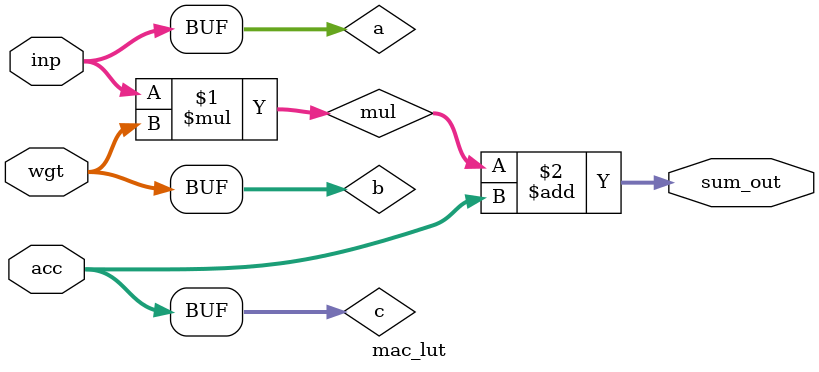
<source format=v>
(* use_dsp = "yes" *)
module mac_dsp #(
  parameter INP_WIDTH=8
          , WGT_WIDTH=8
          , ACC_WIDTH=32
)(
    input  wire [INP_WIDTH-1:0]  inp
  , input  wire [WGT_WIDTH-1:0]  wgt
  , input  wire [ACC_WIDTH-1:0] acc
  , output wire [ACC_WIDTH-1:0] sum_out
);
    wire signed [INP_WIDTH-1:0] a;
    wire signed [WGT_WIDTH-1:0] b;
    wire signed [ACC_WIDTH-1:0] c;
    wire signed [ACC_WIDTH-1:0] mul;
//    wire signed [ACC_WIDTH-1:0] sum;
    
    assign a = $signed(inp);
    assign b = $signed(wgt);
    assign c = $signed(acc);
    assign mul = a * b;
    assign sum_out = mul + c;
//    assign sum_out = sum;

endmodule

//=======================================================

(* use_dsp = "no" *)
module mac_lut #(
  parameter INP_WIDTH=8
          , WGT_WIDTH=8
          , ACC_WIDTH=32
)(
    input  wire [INP_WIDTH-1:0]  inp
  , input  wire [WGT_WIDTH-1:0]  wgt
  , input  wire [ACC_WIDTH-1:0] acc
  , output wire [ACC_WIDTH-1:0] sum_out
);
    wire signed [INP_WIDTH-1:0] a;
    wire signed [WGT_WIDTH-1:0] b;
    wire signed [ACC_WIDTH-1:0] c;
    wire signed [ACC_WIDTH-1:0] mul;
//    wire signed [ACC_WIDTH-1:0] sum;
    
    assign a = $signed(inp);
    assign b = $signed(wgt);
    assign c = $signed(acc);
    assign mul = a * b;
    assign sum_out = mul + c;
//    assign sum_out = sum;

endmodule
</source>
